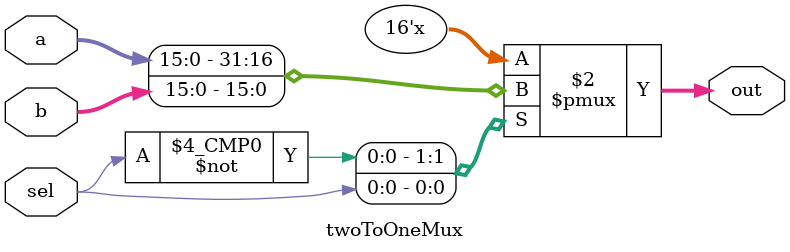
<source format=v>
module twoToOneMux (
    input [15:0] a, b,
    input sel,
    output reg [15:0] out
);

always @(*) begin
    case (sel)
        1'b0: out = a;
        1'b1: out = b;
    endcase
end

endmodule
</source>
